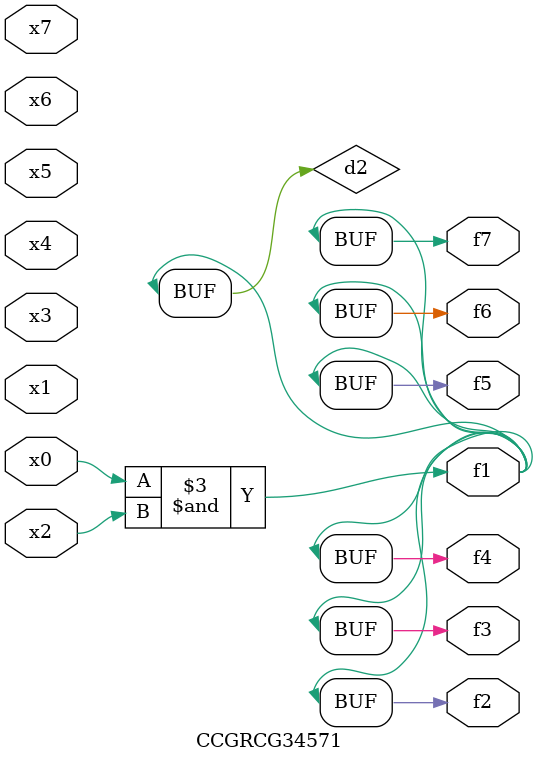
<source format=v>
module CCGRCG34571(
	input x0, x1, x2, x3, x4, x5, x6, x7,
	output f1, f2, f3, f4, f5, f6, f7
);

	wire d1, d2;

	nor (d1, x3, x6);
	and (d2, x0, x2);
	assign f1 = d2;
	assign f2 = d2;
	assign f3 = d2;
	assign f4 = d2;
	assign f5 = d2;
	assign f6 = d2;
	assign f7 = d2;
endmodule

</source>
